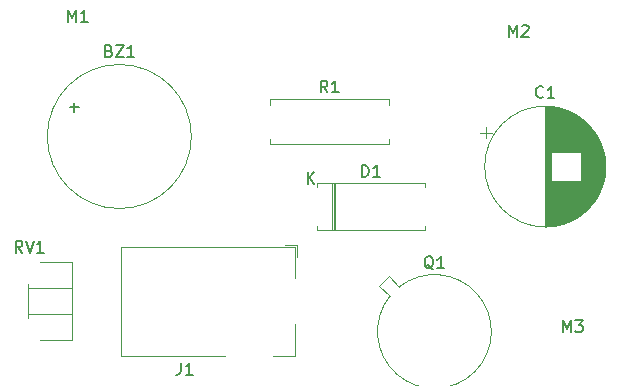
<source format=gbr>
G04 #@! TF.GenerationSoftware,KiCad,Pcbnew,(5.1.5)-3*
G04 #@! TF.CreationDate,2020-02-12T17:51:35+05:30*
G04 #@! TF.ProjectId,copy_UT,636f7079-5f55-4542-9e6b-696361645f70,rev?*
G04 #@! TF.SameCoordinates,Original*
G04 #@! TF.FileFunction,Legend,Top*
G04 #@! TF.FilePolarity,Positive*
%FSLAX46Y46*%
G04 Gerber Fmt 4.6, Leading zero omitted, Abs format (unit mm)*
G04 Created by KiCad (PCBNEW (5.1.5)-3) date 2020-02-12 17:51:35*
%MOMM*%
%LPD*%
G04 APERTURE LIST*
%ADD10C,0.120000*%
%ADD11C,0.150000*%
G04 APERTURE END LIST*
D10*
X102610000Y-76200000D02*
G75*
G03X102610000Y-76200000I-6100000J0D01*
G01*
X137680000Y-78740000D02*
G75*
G03X137680000Y-78740000I-5120000J0D01*
G01*
X132560000Y-73660000D02*
X132560000Y-83820000D01*
X132600000Y-73660000D02*
X132600000Y-83820000D01*
X132640000Y-73660000D02*
X132640000Y-83820000D01*
X132680000Y-73661000D02*
X132680000Y-83819000D01*
X132720000Y-73662000D02*
X132720000Y-83818000D01*
X132760000Y-73663000D02*
X132760000Y-83817000D01*
X132800000Y-73665000D02*
X132800000Y-83815000D01*
X132840000Y-73667000D02*
X132840000Y-83813000D01*
X132880000Y-73670000D02*
X132880000Y-83810000D01*
X132920000Y-73672000D02*
X132920000Y-83808000D01*
X132960000Y-73675000D02*
X132960000Y-83805000D01*
X133000000Y-73678000D02*
X133000000Y-83802000D01*
X133040000Y-73682000D02*
X133040000Y-83798000D01*
X133080000Y-73686000D02*
X133080000Y-77499000D01*
X133080000Y-79981000D02*
X133080000Y-83794000D01*
X133120000Y-73690000D02*
X133120000Y-77499000D01*
X133120000Y-79981000D02*
X133120000Y-83790000D01*
X133160000Y-73695000D02*
X133160000Y-77499000D01*
X133160000Y-79981000D02*
X133160000Y-83785000D01*
X133200000Y-73700000D02*
X133200000Y-77499000D01*
X133200000Y-79981000D02*
X133200000Y-83780000D01*
X133240000Y-73705000D02*
X133240000Y-77499000D01*
X133240000Y-79981000D02*
X133240000Y-83775000D01*
X133281000Y-73710000D02*
X133281000Y-77499000D01*
X133281000Y-79981000D02*
X133281000Y-83770000D01*
X133321000Y-73716000D02*
X133321000Y-77499000D01*
X133321000Y-79981000D02*
X133321000Y-83764000D01*
X133361000Y-73722000D02*
X133361000Y-77499000D01*
X133361000Y-79981000D02*
X133361000Y-83758000D01*
X133401000Y-73729000D02*
X133401000Y-77499000D01*
X133401000Y-79981000D02*
X133401000Y-83751000D01*
X133441000Y-73736000D02*
X133441000Y-77499000D01*
X133441000Y-79981000D02*
X133441000Y-83744000D01*
X133481000Y-73743000D02*
X133481000Y-77499000D01*
X133481000Y-79981000D02*
X133481000Y-83737000D01*
X133521000Y-73750000D02*
X133521000Y-77499000D01*
X133521000Y-79981000D02*
X133521000Y-83730000D01*
X133561000Y-73758000D02*
X133561000Y-77499000D01*
X133561000Y-79981000D02*
X133561000Y-83722000D01*
X133601000Y-73766000D02*
X133601000Y-77499000D01*
X133601000Y-79981000D02*
X133601000Y-83714000D01*
X133641000Y-73775000D02*
X133641000Y-77499000D01*
X133641000Y-79981000D02*
X133641000Y-83705000D01*
X133681000Y-73784000D02*
X133681000Y-77499000D01*
X133681000Y-79981000D02*
X133681000Y-83696000D01*
X133721000Y-73793000D02*
X133721000Y-77499000D01*
X133721000Y-79981000D02*
X133721000Y-83687000D01*
X133761000Y-73802000D02*
X133761000Y-77499000D01*
X133761000Y-79981000D02*
X133761000Y-83678000D01*
X133801000Y-73812000D02*
X133801000Y-77499000D01*
X133801000Y-79981000D02*
X133801000Y-83668000D01*
X133841000Y-73822000D02*
X133841000Y-77499000D01*
X133841000Y-79981000D02*
X133841000Y-83658000D01*
X133881000Y-73833000D02*
X133881000Y-77499000D01*
X133881000Y-79981000D02*
X133881000Y-83647000D01*
X133921000Y-73843000D02*
X133921000Y-77499000D01*
X133921000Y-79981000D02*
X133921000Y-83637000D01*
X133961000Y-73855000D02*
X133961000Y-77499000D01*
X133961000Y-79981000D02*
X133961000Y-83625000D01*
X134001000Y-73866000D02*
X134001000Y-77499000D01*
X134001000Y-79981000D02*
X134001000Y-83614000D01*
X134041000Y-73878000D02*
X134041000Y-77499000D01*
X134041000Y-79981000D02*
X134041000Y-83602000D01*
X134081000Y-73890000D02*
X134081000Y-77499000D01*
X134081000Y-79981000D02*
X134081000Y-83590000D01*
X134121000Y-73903000D02*
X134121000Y-77499000D01*
X134121000Y-79981000D02*
X134121000Y-83577000D01*
X134161000Y-73916000D02*
X134161000Y-77499000D01*
X134161000Y-79981000D02*
X134161000Y-83564000D01*
X134201000Y-73929000D02*
X134201000Y-77499000D01*
X134201000Y-79981000D02*
X134201000Y-83551000D01*
X134241000Y-73943000D02*
X134241000Y-77499000D01*
X134241000Y-79981000D02*
X134241000Y-83537000D01*
X134281000Y-73957000D02*
X134281000Y-77499000D01*
X134281000Y-79981000D02*
X134281000Y-83523000D01*
X134321000Y-73972000D02*
X134321000Y-77499000D01*
X134321000Y-79981000D02*
X134321000Y-83508000D01*
X134361000Y-73986000D02*
X134361000Y-77499000D01*
X134361000Y-79981000D02*
X134361000Y-83494000D01*
X134401000Y-74002000D02*
X134401000Y-77499000D01*
X134401000Y-79981000D02*
X134401000Y-83478000D01*
X134441000Y-74017000D02*
X134441000Y-77499000D01*
X134441000Y-79981000D02*
X134441000Y-83463000D01*
X134481000Y-74033000D02*
X134481000Y-77499000D01*
X134481000Y-79981000D02*
X134481000Y-83447000D01*
X134521000Y-74050000D02*
X134521000Y-77499000D01*
X134521000Y-79981000D02*
X134521000Y-83430000D01*
X134561000Y-74066000D02*
X134561000Y-77499000D01*
X134561000Y-79981000D02*
X134561000Y-83414000D01*
X134601000Y-74083000D02*
X134601000Y-77499000D01*
X134601000Y-79981000D02*
X134601000Y-83397000D01*
X134641000Y-74101000D02*
X134641000Y-77499000D01*
X134641000Y-79981000D02*
X134641000Y-83379000D01*
X134681000Y-74119000D02*
X134681000Y-77499000D01*
X134681000Y-79981000D02*
X134681000Y-83361000D01*
X134721000Y-74137000D02*
X134721000Y-77499000D01*
X134721000Y-79981000D02*
X134721000Y-83343000D01*
X134761000Y-74156000D02*
X134761000Y-77499000D01*
X134761000Y-79981000D02*
X134761000Y-83324000D01*
X134801000Y-74176000D02*
X134801000Y-77499000D01*
X134801000Y-79981000D02*
X134801000Y-83304000D01*
X134841000Y-74195000D02*
X134841000Y-77499000D01*
X134841000Y-79981000D02*
X134841000Y-83285000D01*
X134881000Y-74215000D02*
X134881000Y-77499000D01*
X134881000Y-79981000D02*
X134881000Y-83265000D01*
X134921000Y-74236000D02*
X134921000Y-77499000D01*
X134921000Y-79981000D02*
X134921000Y-83244000D01*
X134961000Y-74257000D02*
X134961000Y-77499000D01*
X134961000Y-79981000D02*
X134961000Y-83223000D01*
X135001000Y-74278000D02*
X135001000Y-77499000D01*
X135001000Y-79981000D02*
X135001000Y-83202000D01*
X135041000Y-74300000D02*
X135041000Y-77499000D01*
X135041000Y-79981000D02*
X135041000Y-83180000D01*
X135081000Y-74323000D02*
X135081000Y-77499000D01*
X135081000Y-79981000D02*
X135081000Y-83157000D01*
X135121000Y-74345000D02*
X135121000Y-77499000D01*
X135121000Y-79981000D02*
X135121000Y-83135000D01*
X135161000Y-74369000D02*
X135161000Y-77499000D01*
X135161000Y-79981000D02*
X135161000Y-83111000D01*
X135201000Y-74393000D02*
X135201000Y-77499000D01*
X135201000Y-79981000D02*
X135201000Y-83087000D01*
X135241000Y-74417000D02*
X135241000Y-77499000D01*
X135241000Y-79981000D02*
X135241000Y-83063000D01*
X135281000Y-74442000D02*
X135281000Y-77499000D01*
X135281000Y-79981000D02*
X135281000Y-83038000D01*
X135321000Y-74467000D02*
X135321000Y-77499000D01*
X135321000Y-79981000D02*
X135321000Y-83013000D01*
X135361000Y-74493000D02*
X135361000Y-77499000D01*
X135361000Y-79981000D02*
X135361000Y-82987000D01*
X135401000Y-74519000D02*
X135401000Y-77499000D01*
X135401000Y-79981000D02*
X135401000Y-82961000D01*
X135441000Y-74546000D02*
X135441000Y-77499000D01*
X135441000Y-79981000D02*
X135441000Y-82934000D01*
X135481000Y-74574000D02*
X135481000Y-77499000D01*
X135481000Y-79981000D02*
X135481000Y-82906000D01*
X135521000Y-74602000D02*
X135521000Y-77499000D01*
X135521000Y-79981000D02*
X135521000Y-82878000D01*
X135561000Y-74630000D02*
X135561000Y-82850000D01*
X135601000Y-74660000D02*
X135601000Y-82820000D01*
X135641000Y-74690000D02*
X135641000Y-82790000D01*
X135681000Y-74720000D02*
X135681000Y-82760000D01*
X135721000Y-74751000D02*
X135721000Y-82729000D01*
X135761000Y-74783000D02*
X135761000Y-82697000D01*
X135801000Y-74815000D02*
X135801000Y-82665000D01*
X135841000Y-74848000D02*
X135841000Y-82632000D01*
X135881000Y-74882000D02*
X135881000Y-82598000D01*
X135921000Y-74916000D02*
X135921000Y-82564000D01*
X135961000Y-74951000D02*
X135961000Y-82529000D01*
X136001000Y-74987000D02*
X136001000Y-82493000D01*
X136041000Y-75024000D02*
X136041000Y-82456000D01*
X136081000Y-75061000D02*
X136081000Y-82419000D01*
X136121000Y-75100000D02*
X136121000Y-82380000D01*
X136161000Y-75139000D02*
X136161000Y-82341000D01*
X136201000Y-75179000D02*
X136201000Y-82301000D01*
X136241000Y-75220000D02*
X136241000Y-82260000D01*
X136281000Y-75262000D02*
X136281000Y-82218000D01*
X136321000Y-75304000D02*
X136321000Y-82176000D01*
X136361000Y-75348000D02*
X136361000Y-82132000D01*
X136401000Y-75393000D02*
X136401000Y-82087000D01*
X136441000Y-75439000D02*
X136441000Y-82041000D01*
X136481000Y-75486000D02*
X136481000Y-81994000D01*
X136521000Y-75534000D02*
X136521000Y-81946000D01*
X136561000Y-75584000D02*
X136561000Y-81896000D01*
X136601000Y-75634000D02*
X136601000Y-81846000D01*
X136641000Y-75686000D02*
X136641000Y-81794000D01*
X136681000Y-75740000D02*
X136681000Y-81740000D01*
X136721000Y-75795000D02*
X136721000Y-81685000D01*
X136761000Y-75851000D02*
X136761000Y-81629000D01*
X136801000Y-75910000D02*
X136801000Y-81570000D01*
X136841000Y-75970000D02*
X136841000Y-81510000D01*
X136881000Y-76031000D02*
X136881000Y-81449000D01*
X136921000Y-76095000D02*
X136921000Y-81385000D01*
X136961000Y-76161000D02*
X136961000Y-81319000D01*
X137001000Y-76230000D02*
X137001000Y-81250000D01*
X137041000Y-76301000D02*
X137041000Y-81179000D01*
X137081000Y-76375000D02*
X137081000Y-81105000D01*
X137121000Y-76451000D02*
X137121000Y-81029000D01*
X137161000Y-76531000D02*
X137161000Y-80949000D01*
X137201000Y-76615000D02*
X137201000Y-80865000D01*
X137241000Y-76703000D02*
X137241000Y-80777000D01*
X137281000Y-76796000D02*
X137281000Y-80684000D01*
X137321000Y-76894000D02*
X137321000Y-80586000D01*
X137361000Y-76998000D02*
X137361000Y-80482000D01*
X137401000Y-77110000D02*
X137401000Y-80370000D01*
X137441000Y-77230000D02*
X137441000Y-80250000D01*
X137481000Y-77362000D02*
X137481000Y-80118000D01*
X137521000Y-77510000D02*
X137521000Y-79970000D01*
X137561000Y-77678000D02*
X137561000Y-79802000D01*
X137601000Y-77878000D02*
X137601000Y-79602000D01*
X137641000Y-78141000D02*
X137641000Y-79339000D01*
X127080354Y-75865000D02*
X128080354Y-75865000D01*
X127580354Y-75365000D02*
X127580354Y-76365000D01*
X113215001Y-80495001D02*
X113215001Y-80165001D01*
X113215001Y-80165001D02*
X122355001Y-80165001D01*
X122355001Y-80165001D02*
X122355001Y-80495001D01*
X113215001Y-83775001D02*
X113215001Y-84105001D01*
X113215001Y-84105001D02*
X122355001Y-84105001D01*
X122355001Y-84105001D02*
X122355001Y-83775001D01*
X114670001Y-80165001D02*
X114670001Y-84105001D01*
X114790001Y-80165001D02*
X114790001Y-84105001D01*
X114550001Y-80165001D02*
X114550001Y-84105001D01*
X111590000Y-86420000D02*
X111590000Y-85370000D01*
X110540000Y-85370000D02*
X111590000Y-85370000D01*
X105490000Y-94770000D02*
X96690000Y-94770000D01*
X96690000Y-94770000D02*
X96690000Y-85570000D01*
X111390000Y-92070000D02*
X111390000Y-94770000D01*
X111390000Y-94770000D02*
X109490000Y-94770000D01*
X96690000Y-85570000D02*
X111390000Y-85570000D01*
X111390000Y-85570000D02*
X111390000Y-88170000D01*
X119415326Y-89712629D02*
G75*
G03X120192916Y-88935098I3774674J-2997371D01*
G01*
X118524144Y-88821961D02*
X119415098Y-89712916D01*
X119301961Y-88044144D02*
X118524144Y-88821961D01*
X120192916Y-88935098D02*
X119301961Y-88044144D01*
X109230000Y-73490000D02*
X109230000Y-73010000D01*
X109230000Y-73010000D02*
X119370000Y-73010000D01*
X119370000Y-73010000D02*
X119370000Y-73490000D01*
X109230000Y-76370000D02*
X109230000Y-76850000D01*
X109230000Y-76850000D02*
X119370000Y-76850000D01*
X119370000Y-76850000D02*
X119370000Y-76370000D01*
X89825000Y-86860000D02*
X92520000Y-86860000D01*
X89825000Y-93400000D02*
X92520000Y-93400000D01*
X92520000Y-86860000D02*
X92520000Y-93400000D01*
X88779000Y-88696000D02*
X88779000Y-91565000D01*
X88779000Y-89010000D02*
X92520000Y-89010000D01*
X88779000Y-91250000D02*
X92520000Y-91250000D01*
X88779000Y-89010000D02*
X88779000Y-91250000D01*
X92520000Y-89010000D02*
X92520000Y-91250000D01*
D11*
X92154476Y-66492380D02*
X92154476Y-65492380D01*
X92487809Y-66206666D01*
X92821142Y-65492380D01*
X92821142Y-66492380D01*
X93821142Y-66492380D02*
X93249714Y-66492380D01*
X93535428Y-66492380D02*
X93535428Y-65492380D01*
X93440190Y-65635238D01*
X93344952Y-65730476D01*
X93249714Y-65778095D01*
X134064476Y-92772380D02*
X134064476Y-91772380D01*
X134397809Y-92486666D01*
X134731142Y-91772380D01*
X134731142Y-92772380D01*
X135112095Y-91772380D02*
X135731142Y-91772380D01*
X135397809Y-92153333D01*
X135540666Y-92153333D01*
X135635904Y-92200952D01*
X135683523Y-92248571D01*
X135731142Y-92343809D01*
X135731142Y-92581904D01*
X135683523Y-92677142D01*
X135635904Y-92724761D01*
X135540666Y-92772380D01*
X135254952Y-92772380D01*
X135159714Y-92724761D01*
X135112095Y-92677142D01*
X129492476Y-67762380D02*
X129492476Y-66762380D01*
X129825809Y-67476666D01*
X130159142Y-66762380D01*
X130159142Y-67762380D01*
X130587714Y-66857619D02*
X130635333Y-66810000D01*
X130730571Y-66762380D01*
X130968666Y-66762380D01*
X131063904Y-66810000D01*
X131111523Y-66857619D01*
X131159142Y-66952857D01*
X131159142Y-67048095D01*
X131111523Y-67190952D01*
X130540095Y-67762380D01*
X131159142Y-67762380D01*
X95629047Y-68928571D02*
X95771904Y-68976190D01*
X95819523Y-69023809D01*
X95867142Y-69119047D01*
X95867142Y-69261904D01*
X95819523Y-69357142D01*
X95771904Y-69404761D01*
X95676666Y-69452380D01*
X95295714Y-69452380D01*
X95295714Y-68452380D01*
X95629047Y-68452380D01*
X95724285Y-68500000D01*
X95771904Y-68547619D01*
X95819523Y-68642857D01*
X95819523Y-68738095D01*
X95771904Y-68833333D01*
X95724285Y-68880952D01*
X95629047Y-68928571D01*
X95295714Y-68928571D01*
X96200476Y-68452380D02*
X96867142Y-68452380D01*
X96200476Y-69452380D01*
X96867142Y-69452380D01*
X97771904Y-69452380D02*
X97200476Y-69452380D01*
X97486190Y-69452380D02*
X97486190Y-68452380D01*
X97390952Y-68595238D01*
X97295714Y-68690476D01*
X97200476Y-68738095D01*
X92319047Y-73731428D02*
X93080952Y-73731428D01*
X92700000Y-74112380D02*
X92700000Y-73350476D01*
X132393333Y-72847142D02*
X132345714Y-72894761D01*
X132202857Y-72942380D01*
X132107619Y-72942380D01*
X131964761Y-72894761D01*
X131869523Y-72799523D01*
X131821904Y-72704285D01*
X131774285Y-72513809D01*
X131774285Y-72370952D01*
X131821904Y-72180476D01*
X131869523Y-72085238D01*
X131964761Y-71990000D01*
X132107619Y-71942380D01*
X132202857Y-71942380D01*
X132345714Y-71990000D01*
X132393333Y-72037619D01*
X133345714Y-72942380D02*
X132774285Y-72942380D01*
X133060000Y-72942380D02*
X133060000Y-71942380D01*
X132964761Y-72085238D01*
X132869523Y-72180476D01*
X132774285Y-72228095D01*
X117046905Y-79617381D02*
X117046905Y-78617381D01*
X117285001Y-78617381D01*
X117427858Y-78665001D01*
X117523096Y-78760239D01*
X117570715Y-78855477D01*
X117618334Y-79045953D01*
X117618334Y-79188810D01*
X117570715Y-79379286D01*
X117523096Y-79474524D01*
X117427858Y-79569762D01*
X117285001Y-79617381D01*
X117046905Y-79617381D01*
X118570715Y-79617381D02*
X117999286Y-79617381D01*
X118285001Y-79617381D02*
X118285001Y-78617381D01*
X118189762Y-78760239D01*
X118094524Y-78855477D01*
X117999286Y-78903096D01*
X112443096Y-80187381D02*
X112443096Y-79187381D01*
X113014524Y-80187381D02*
X112585953Y-79615953D01*
X113014524Y-79187381D02*
X112443096Y-79758810D01*
X101706666Y-95372380D02*
X101706666Y-96086666D01*
X101659047Y-96229523D01*
X101563809Y-96324761D01*
X101420952Y-96372380D01*
X101325714Y-96372380D01*
X102706666Y-96372380D02*
X102135238Y-96372380D01*
X102420952Y-96372380D02*
X102420952Y-95372380D01*
X102325714Y-95515238D01*
X102230476Y-95610476D01*
X102135238Y-95658095D01*
X123094761Y-87437619D02*
X122999523Y-87390000D01*
X122904285Y-87294761D01*
X122761428Y-87151904D01*
X122666190Y-87104285D01*
X122570952Y-87104285D01*
X122618571Y-87342380D02*
X122523333Y-87294761D01*
X122428095Y-87199523D01*
X122380476Y-87009047D01*
X122380476Y-86675714D01*
X122428095Y-86485238D01*
X122523333Y-86390000D01*
X122618571Y-86342380D01*
X122809047Y-86342380D01*
X122904285Y-86390000D01*
X122999523Y-86485238D01*
X123047142Y-86675714D01*
X123047142Y-87009047D01*
X122999523Y-87199523D01*
X122904285Y-87294761D01*
X122809047Y-87342380D01*
X122618571Y-87342380D01*
X123999523Y-87342380D02*
X123428095Y-87342380D01*
X123713809Y-87342380D02*
X123713809Y-86342380D01*
X123618571Y-86485238D01*
X123523333Y-86580476D01*
X123428095Y-86628095D01*
X114133333Y-72462380D02*
X113800000Y-71986190D01*
X113561904Y-72462380D02*
X113561904Y-71462380D01*
X113942857Y-71462380D01*
X114038095Y-71510000D01*
X114085714Y-71557619D01*
X114133333Y-71652857D01*
X114133333Y-71795714D01*
X114085714Y-71890952D01*
X114038095Y-71938571D01*
X113942857Y-71986190D01*
X113561904Y-71986190D01*
X115085714Y-72462380D02*
X114514285Y-72462380D01*
X114800000Y-72462380D02*
X114800000Y-71462380D01*
X114704761Y-71605238D01*
X114609523Y-71700476D01*
X114514285Y-71748095D01*
X88304761Y-86022380D02*
X87971428Y-85546190D01*
X87733333Y-86022380D02*
X87733333Y-85022380D01*
X88114285Y-85022380D01*
X88209523Y-85070000D01*
X88257142Y-85117619D01*
X88304761Y-85212857D01*
X88304761Y-85355714D01*
X88257142Y-85450952D01*
X88209523Y-85498571D01*
X88114285Y-85546190D01*
X87733333Y-85546190D01*
X88590476Y-85022380D02*
X88923809Y-86022380D01*
X89257142Y-85022380D01*
X90114285Y-86022380D02*
X89542857Y-86022380D01*
X89828571Y-86022380D02*
X89828571Y-85022380D01*
X89733333Y-85165238D01*
X89638095Y-85260476D01*
X89542857Y-85308095D01*
M02*

</source>
